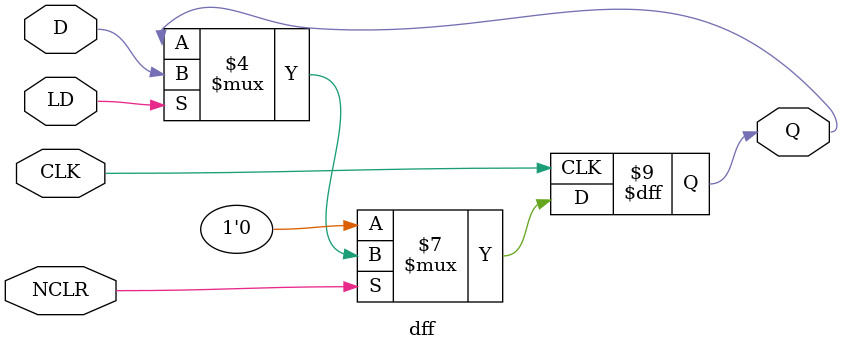
<source format=v>
`timescale 1ns / 1ps

module dff 	( input D,
              input NCLR,
              input CLK,
              input LD,
              output reg Q
              );
              
    initial Q = 0;

	always @ (posedge CLK)
       if (!NCLR)
          Q <= 0;
       else if (LD)
          Q <= D;
endmodule

</source>
